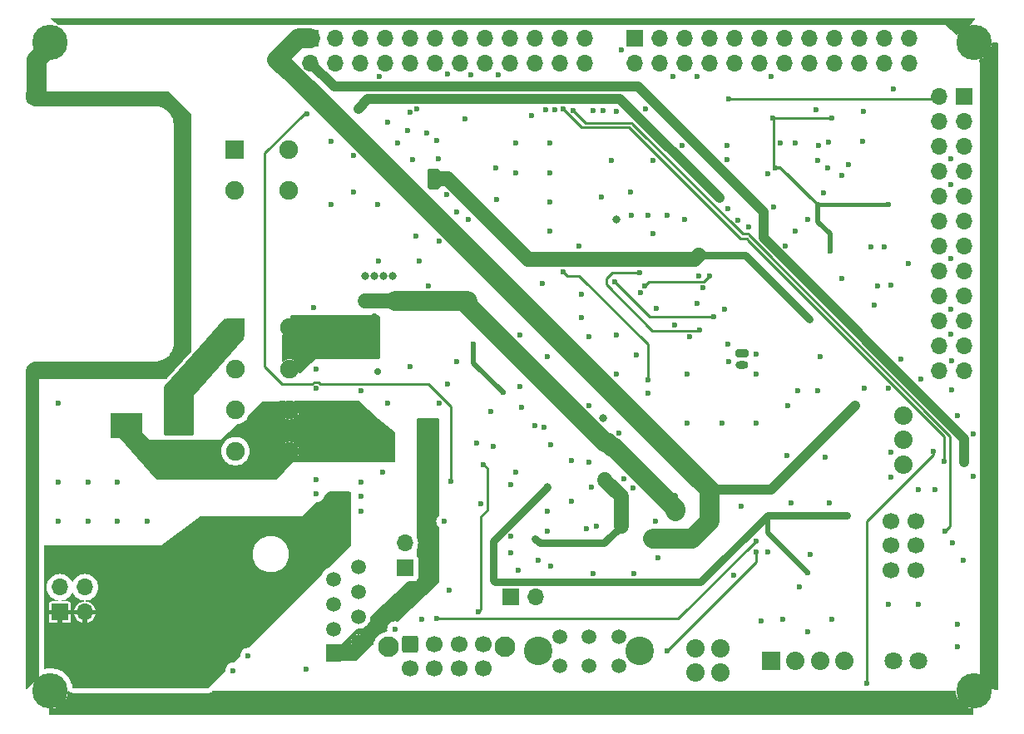
<source format=gbr>
%TF.GenerationSoftware,KiCad,Pcbnew,8.0.8*%
%TF.CreationDate,2025-02-06T17:20:13+00:00*%
%TF.ProjectId,mallow_adapt_v1.3,6d616c6c-6f77-45f6-9164-6170745f7631,rev?*%
%TF.SameCoordinates,Original*%
%TF.FileFunction,Copper,L3,Inr*%
%TF.FilePolarity,Positive*%
%FSLAX46Y46*%
G04 Gerber Fmt 4.6, Leading zero omitted, Abs format (unit mm)*
G04 Created by KiCad (PCBNEW 8.0.8) date 2025-02-06 17:20:13*
%MOMM*%
%LPD*%
G01*
G04 APERTURE LIST*
G04 Aperture macros list*
%AMRoundRect*
0 Rectangle with rounded corners*
0 $1 Rounding radius*
0 $2 $3 $4 $5 $6 $7 $8 $9 X,Y pos of 4 corners*
0 Add a 4 corners polygon primitive as box body*
4,1,4,$2,$3,$4,$5,$6,$7,$8,$9,$2,$3,0*
0 Add four circle primitives for the rounded corners*
1,1,$1+$1,$2,$3*
1,1,$1+$1,$4,$5*
1,1,$1+$1,$6,$7*
1,1,$1+$1,$8,$9*
0 Add four rect primitives between the rounded corners*
20,1,$1+$1,$2,$3,$4,$5,0*
20,1,$1+$1,$4,$5,$6,$7,0*
20,1,$1+$1,$6,$7,$8,$9,0*
20,1,$1+$1,$8,$9,$2,$3,0*%
G04 Aperture macros list end*
%TA.AperFunction,ComponentPad*%
%ADD10R,1.700000X1.700000*%
%TD*%
%TA.AperFunction,ComponentPad*%
%ADD11O,1.700000X1.700000*%
%TD*%
%TA.AperFunction,ComponentPad*%
%ADD12C,3.600000*%
%TD*%
%TA.AperFunction,ComponentPad*%
%ADD13C,2.909999*%
%TD*%
%TA.AperFunction,ComponentPad*%
%ADD14C,1.520000*%
%TD*%
%TA.AperFunction,ComponentPad*%
%ADD15C,1.875000*%
%TD*%
%TA.AperFunction,ComponentPad*%
%ADD16R,1.875000X1.875000*%
%TD*%
%TA.AperFunction,ComponentPad*%
%ADD17C,1.800000*%
%TD*%
%TA.AperFunction,ComponentPad*%
%ADD18C,1.500000*%
%TD*%
%TA.AperFunction,ComponentPad*%
%ADD19R,1.500000X1.500000*%
%TD*%
%TA.AperFunction,ComponentPad*%
%ADD20C,1.900000*%
%TD*%
%TA.AperFunction,ComponentPad*%
%ADD21R,1.900000X1.900000*%
%TD*%
%TA.AperFunction,ComponentPad*%
%ADD22C,2.100000*%
%TD*%
%TA.AperFunction,ComponentPad*%
%ADD23C,1.700000*%
%TD*%
%TA.AperFunction,ComponentPad*%
%ADD24RoundRect,0.250000X-0.600000X-0.600000X0.600000X-0.600000X0.600000X0.600000X-0.600000X0.600000X0*%
%TD*%
%TA.AperFunction,ComponentPad*%
%ADD25RoundRect,0.200000X-0.450000X0.200000X-0.450000X-0.200000X0.450000X-0.200000X0.450000X0.200000X0*%
%TD*%
%TA.AperFunction,ComponentPad*%
%ADD26O,1.300000X0.800000*%
%TD*%
%TA.AperFunction,ViaPad*%
%ADD27C,0.600000*%
%TD*%
%TA.AperFunction,ViaPad*%
%ADD28C,0.700000*%
%TD*%
%TA.AperFunction,ViaPad*%
%ADD29C,0.800000*%
%TD*%
%TA.AperFunction,Conductor*%
%ADD30C,0.250000*%
%TD*%
%TA.AperFunction,Conductor*%
%ADD31C,2.000000*%
%TD*%
%TA.AperFunction,Conductor*%
%ADD32C,1.000000*%
%TD*%
%TA.AperFunction,Conductor*%
%ADD33C,1.500000*%
%TD*%
%TA.AperFunction,Conductor*%
%ADD34C,0.750000*%
%TD*%
%TA.AperFunction,Conductor*%
%ADD35C,0.500000*%
%TD*%
%TA.AperFunction,Conductor*%
%ADD36C,0.300000*%
%TD*%
%TA.AperFunction,Conductor*%
%ADD37C,0.400000*%
%TD*%
G04 APERTURE END LIST*
D10*
%TO.N,Net-(JP3-Pin_1)*%
%TO.C,JP3*%
X45850010Y1525000D03*
D11*
%TO.N,/Rs485/RS485_A_K*%
X48390010Y1525000D03*
%TD*%
D12*
%TO.N,GND_CHASSIS*%
%TO.C,H1*%
X93000000Y58000000D03*
%TD*%
%TO.N,GND_CHASSIS*%
%TO.C,H4*%
X93000000Y-8000000D03*
%TD*%
%TO.N,GND_CHASSIS*%
%TO.C,H3*%
X-999990Y-8000000D03*
%TD*%
%TO.N,GND_CHASSIS*%
%TO.C,H2*%
X-999990Y58000000D03*
%TD*%
D13*
%TO.N,GND_CHASSIS*%
%TO.C,J5*%
X59000008Y-3974999D03*
X48700014Y-3974999D03*
D14*
%TO.N,GND*%
X56850010Y-2475000D03*
X53850011Y-2475000D03*
X50850012Y-2475000D03*
%TO.N,RS232_RX*%
X56850010Y-5474999D03*
%TO.N,RS232_TX*%
X53850011Y-5474999D03*
%TO.N,Net-(J5-Pin_1)*%
X50850012Y-5474999D03*
%TD*%
D15*
%TO.N,/Rs485/RS485_B_2*%
%TO.C,J4*%
X79850010Y-4975000D03*
%TO.N,/Rs485/RS485_A_2*%
X77350010Y-4975000D03*
%TO.N,/Rs485/RS485_B_1*%
X74850010Y-4975000D03*
D16*
%TO.N,/Rs485/RS485_A_1*%
X72350010Y-4975000D03*
%TD*%
D17*
%TO.N,ALARM*%
%TO.C,J3*%
X87350010Y-4975000D03*
%TO.N,GND*%
X84850010Y-4975000D03*
%TD*%
D10*
%TO.N,unconnected-(X19-Pin_1-Pad1)*%
%TO.C,X19*%
X58520009Y58499972D03*
D11*
%TO.N,unconnected-(X19-Pin_2-Pad2)*%
X58520009Y55959972D03*
%TO.N,unconnected-(X19-Pin_3-Pad3)*%
X61060009Y58499972D03*
%TO.N,unconnected-(X19-Pin_4-Pad4)*%
X61060009Y55959972D03*
%TO.N,GND*%
X63600009Y58499972D03*
%TO.N,unconnected-(X19-Pin_6-Pad6)*%
X63600009Y55959972D03*
%TO.N,unconnected-(X19-Pin_7-Pad7)*%
X66140009Y58499972D03*
%TO.N,unconnected-(X19-Pin_8-Pad8)*%
X66140009Y55959972D03*
%TO.N,unconnected-(X19-Pin_9-Pad9)*%
X68680009Y58499972D03*
%TO.N,GND*%
X68680009Y55959972D03*
%TO.N,unconnected-(X19-Pin_11-Pad11)*%
X71220009Y58499972D03*
%TO.N,unconnected-(X19-Pin_12-Pad12)*%
X71220009Y55959972D03*
%TO.N,unconnected-(X19-Pin_13-Pad13)*%
X73760009Y58499972D03*
%TO.N,unconnected-(X19-Pin_14-Pad14)*%
X73760009Y55959972D03*
%TO.N,unconnected-(X19-Pin_15-Pad15)*%
X76300009Y58499972D03*
%TO.N,GND*%
X76300009Y55959972D03*
%TO.N,UART_1_RX*%
X78840009Y58499972D03*
%TO.N,UART_1_TX*%
X78840009Y55959972D03*
%TO.N,/Connectors/UART_1_RTS*%
X81380009Y58499972D03*
%TO.N,/Connectors/UART_1_CTS*%
X81380009Y55959972D03*
%TO.N,UART_2_RX*%
X83920009Y58499972D03*
%TO.N,UART_2_TX*%
X83920009Y55959972D03*
%TO.N,UART_2_RTS*%
X86460009Y58499972D03*
%TO.N,UART_2_CTS*%
X86460009Y55959972D03*
%TD*%
D15*
%TO.N,GND*%
%TO.C,J8*%
X85850010Y15025000D03*
%TO.N,unconnected-(J8-Pin_2-Pad2)*%
X85850010Y17525000D03*
%TO.N,Net-(J8-Pin_1)*%
X85850010Y20025000D03*
%TD*%
D18*
%TO.N,GND*%
%TO.C,J9*%
X30350010Y4645000D03*
X27810010Y3375000D03*
%TO.N,/Rs485/RXD-*%
X30350010Y2105000D03*
%TO.N,/Rs485/RXD+*%
X27810010Y835000D03*
%TO.N,/Rs485/T{slash}R-*%
X30350010Y-435000D03*
%TO.N,/Rs485/RXD+*%
X27810010Y-1705000D03*
%TO.N,Net-(C60-Pad1)*%
X30350010Y-2975000D03*
D19*
X27810010Y-4245000D03*
%TD*%
D20*
%TO.N,Net-(IC2-SENSEN)*%
%TO.C,J1*%
X23300010Y42925000D03*
X23300010Y47125000D03*
%TO.N,GND*%
X17800010Y42925000D03*
D21*
X17800010Y47125000D03*
%TD*%
D22*
%TO.N,GND_CHASSIS*%
%TO.C,J6*%
X45269988Y-3514999D03*
X33430012Y-3514999D03*
D23*
%TO.N,/Connectors/BOOT{slash}*%
X43100010Y-5725000D03*
%TO.N,/Connectors/PROG{slash}*%
X40600010Y-5725000D03*
%TO.N,UART_2_RX_PROG*%
X38100010Y-5725000D03*
%TO.N,UART_2_TX_PROG*%
X35600010Y-5725000D03*
%TO.N,MOV_SENS*%
X43100010Y-3225000D03*
%TO.N,/Connectors/ADC1*%
X40600010Y-3225000D03*
%TO.N,GND*%
X38100010Y-3225000D03*
D24*
%TO.N,Net-(J6-Pin_1)*%
X35600010Y-3225000D03*
%TD*%
D10*
%TO.N,+5V*%
%TO.C,X10*%
X25500010Y58500000D03*
D11*
%TO.N,/Connectors/+3.3V*%
X25500010Y55960000D03*
%TO.N,Net-(X10-Pin_3)*%
X28040010Y58500000D03*
%TO.N,GND*%
X28040010Y55960000D03*
%TO.N,/Connectors/ADC1*%
X30580010Y58500000D03*
%TO.N,/Connectors/ADC2*%
X30580010Y55960000D03*
%TO.N,/Connectors/ADC3*%
X33120010Y58500000D03*
%TO.N,/Connectors/ADC4*%
X33120010Y55960000D03*
%TO.N,GND*%
X35660010Y58500000D03*
%TO.N,/Connectors/i2C_1_SDA*%
X35660010Y55960000D03*
%TO.N,/Connectors/i2C_1_SCL*%
X38200010Y58500000D03*
%TO.N,unconnected-(X10-Pin_12-Pad12)*%
X38200010Y55960000D03*
%TO.N,unconnected-(X10-Pin_13-Pad13)*%
X40740010Y58500000D03*
%TO.N,unconnected-(X10-Pin_14-Pad14)*%
X40740010Y55960000D03*
%TO.N,unconnected-(X10-Pin_15-Pad15)*%
X43280010Y58500000D03*
%TO.N,unconnected-(X10-Pin_16-Pad16)*%
X43280010Y55960000D03*
%TO.N,unconnected-(X10-Pin_17-Pad17)*%
X45820010Y58500000D03*
%TO.N,/Connectors/PWM1*%
X45820010Y55960000D03*
%TO.N,/Connectors/PWM2*%
X48360010Y58500000D03*
%TO.N,GND*%
X48360010Y55960000D03*
%TO.N,/Connectors/PROG{slash}*%
X50900010Y58500000D03*
%TO.N,Kerong*%
X50900010Y55960000D03*
%TO.N,/Connectors/DC{slash}DC_EN*%
X53440010Y58500000D03*
%TO.N,Net-(X10-Pin_24)*%
X53440010Y55960000D03*
%TD*%
D20*
%TO.N,+24V*%
%TO.C,J10*%
X23362511Y16400000D03*
X23362511Y20600000D03*
%TO.N,Net-(IC1-OUT_1)*%
X23362511Y24800000D03*
X23362511Y29000000D03*
%TO.N,GND*%
X17862511Y16400000D03*
X17862511Y20600000D03*
X17862511Y24800000D03*
D21*
%TO.N,/Connectors/PRT_PWR*%
X17862511Y29000000D03*
%TD*%
D15*
%TO.N,/Connectors/FB*%
%TO.C,J2*%
X67190010Y-6155000D03*
%TO.N,/Connectors/Led*%
X67190010Y-3655000D03*
%TO.N,/Connectors/FB*%
X64690010Y-6155000D03*
%TO.N,/Connectors/Led*%
X64690010Y-3655000D03*
%TD*%
D10*
%TO.N,+12V*%
%TO.C,X5*%
X38Y4D03*
D11*
X2540038Y4D03*
%TO.N,GND*%
X38Y2540004D03*
X2540038Y2540004D03*
%TD*%
D10*
%TO.N,GND*%
%TO.C,X16*%
X92000002Y52499976D03*
D11*
%TO.N,Net-(JP2-A)*%
X89460002Y52499976D03*
%TO.N,unconnected-(X16-Pin_3-Pad3)*%
X92000002Y49959976D03*
%TO.N,unconnected-(X16-Pin_4-Pad4)*%
X89460002Y49959976D03*
%TO.N,WAKE_PIN*%
X92000002Y47419976D03*
%TO.N,unconnected-(X16-Pin_6-Pad6)*%
X89460002Y47419976D03*
%TO.N,/Connectors/CTRL_SLEEP*%
X92000002Y44879976D03*
%TO.N,unconnected-(X16-Pin_8-Pad8)*%
X89460002Y44879976D03*
%TO.N,/Connectors/CTRL_RESET*%
X92000002Y42339976D03*
%TO.N,unconnected-(X16-Pin_10-Pad10)*%
X89460002Y42339976D03*
%TO.N,unconnected-(X16-Pin_11-Pad11)*%
X92000002Y39799976D03*
%TO.N,GND*%
X89460002Y39799976D03*
%TO.N,/Connectors/SCANNER_EN*%
X92000002Y37259976D03*
%TO.N,/Connectors/PRT_CTRL*%
X89460002Y37259976D03*
%TO.N,/Connectors/SENS_EN*%
X92000002Y34719976D03*
%TO.N,/Connectors/BOOT{slash}*%
X89460002Y34719976D03*
%TO.N,unconnected-(X16-Pin_17-Pad17)*%
X92000002Y32179976D03*
%TO.N,unconnected-(X16-Pin_18-Pad18)*%
X89460002Y32179976D03*
%TO.N,unconnected-(X16-Pin_19-Pad19)*%
X92000002Y29639976D03*
%TO.N,unconnected-(X16-Pin_20-Pad20)*%
X89460002Y29639976D03*
%TO.N,unconnected-(X16-Pin_21-Pad21)*%
X92000002Y27099976D03*
%TO.N,unconnected-(X16-Pin_22-Pad22)*%
X89460002Y27099976D03*
%TO.N,unconnected-(X16-Pin_23-Pad23)*%
X92000002Y24559976D03*
%TO.N,unconnected-(X16-Pin_24-Pad24)*%
X89460002Y24559976D03*
%TD*%
D23*
%TO.N,Net-(J7-Pin_6)*%
%TO.C,J7*%
X84600010Y4275000D03*
%TO.N,GND*%
X84600010Y6775000D03*
%TO.N,Net-(J7-Pin_4)*%
X84600010Y9275000D03*
%TO.N,/Connectors/BAT1_in*%
X87100010Y4275000D03*
%TO.N,GND*%
X87100010Y6775000D03*
%TO.N,/Connectors/BAT2_in*%
X87100010Y9275000D03*
%TD*%
D25*
%TO.N,GND*%
%TO.C,J11*%
X69400010Y26400000D03*
D26*
%TO.N,TOUCH_INT*%
X69400010Y25150000D03*
%TD*%
D10*
%TO.N,/Rs485/T{slash}R-*%
%TO.C,JP1*%
X35100010Y4500000D03*
D11*
%TO.N,/Rs485/RXD-*%
X35100010Y7040000D03*
%TD*%
D27*
%TO.N,+1V8*%
X78550010Y50350000D03*
%TO.N,TOUCH_INT*%
X78225010Y47850000D03*
X76916952Y51208058D03*
%TO.N,+1V8*%
X72550010Y50350000D03*
D28*
%TO.N,+12V*%
X5387506Y4275000D03*
X5387506Y275000D03*
X5387506Y-3725000D03*
X13337506Y-3725000D03*
X13337506Y275000D03*
X13337506Y4275000D03*
D27*
%TO.N,GND*%
X59600010Y51275000D03*
X56600010Y51025000D03*
X56100010Y46025000D03*
X49850010Y38775000D03*
X49850010Y41775000D03*
X49850010Y44775000D03*
X49850010Y47775000D03*
X46350010Y44775000D03*
X46350010Y47775000D03*
X71350010Y-925000D03*
X87350010Y775000D03*
X84350010Y775000D03*
X81850010Y22775000D03*
X69350010Y10775000D03*
X70850010Y19275000D03*
X70850010Y24275000D03*
X67350010Y19275000D03*
X63850010Y19275000D03*
X63850010Y24275000D03*
X-149990Y21275000D03*
X-149990Y13275000D03*
X2850010Y13275000D03*
X5850010Y13275000D03*
X8850010Y9275000D03*
X5850010Y9275000D03*
X2850010Y9275000D03*
X-149990Y9275000D03*
X25073975Y-5791814D03*
X39600010Y2275000D03*
X76100010Y40025000D03*
X67850010Y46075000D03*
X58176512Y40393705D03*
X41250010Y50275000D03*
X30600010Y10275000D03*
X26100010Y13525000D03*
X78600010Y-725000D03*
X81779305Y50989992D03*
X90694964Y30888058D03*
X82850010Y31275000D03*
X49600010Y8275000D03*
X74441602Y11151110D03*
X61768594Y40445974D03*
X34100010Y-1725000D03*
X67947241Y41088303D03*
X38350010Y48025000D03*
X56850010Y18275000D03*
X39350010Y42525000D03*
X85600010Y25775000D03*
X84350010Y22775000D03*
X89100010Y12525000D03*
X58100010Y42775000D03*
X70850010Y26275000D03*
X91350010Y-3475000D03*
X84600010Y16275000D03*
X90650699Y46172688D03*
X90710790Y25649737D03*
X30600010Y22525000D03*
X49600010Y10275000D03*
X49600010Y26025000D03*
X78270178Y11132791D03*
X73850010Y37275000D03*
X86350010Y35525000D03*
X84850010Y53275000D03*
X72050010Y44625000D03*
X58322037Y12643333D03*
X57100010Y57275000D03*
X92980275Y13854027D03*
X90701388Y35997476D03*
X74850010Y38775000D03*
X48688281Y5248345D03*
X36192652Y38275000D03*
X38600010Y37775000D03*
X63350010Y47525000D03*
X81681102Y47955329D03*
X43831946Y20445267D03*
X59850010Y22275000D03*
X52100010Y11275000D03*
X36850010Y-725000D03*
X49100010Y33525000D03*
X17610865Y-5947211D03*
X46850010Y23025000D03*
X76108513Y-2024955D03*
X56600010Y28275000D03*
X33350010Y21275000D03*
X60350010Y38525000D03*
X74007413Y15926977D03*
X53850010Y15275000D03*
X72014642Y6149745D03*
X87600010Y23775000D03*
X70100010Y39275000D03*
X42850010Y11025000D03*
X92980275Y18144637D03*
X77707615Y42692459D03*
X90710790Y22642846D03*
X32450010Y35805220D03*
X90850010Y7025000D03*
X40355762Y25551814D03*
X34350010Y47775000D03*
X72600010Y41275000D03*
X57435796Y13561226D03*
X68960089Y39959400D03*
X90679138Y28292636D03*
X36550010Y35732799D03*
X19150979Y-4432708D03*
X40350010Y40775000D03*
X42445588Y17236243D03*
X68100010Y25525000D03*
X46850010Y28275000D03*
X39103327Y9246139D03*
X62600010Y29275000D03*
X73547046Y-725000D03*
X41850010Y54775000D03*
X62350010Y54525000D03*
X59813372Y40439867D03*
X79579387Y34028803D03*
X77850010Y15775000D03*
X38473404Y46208486D03*
X30600010Y11775000D03*
X60350010Y46025000D03*
X54105051Y12717511D03*
X44450010Y42075000D03*
X91350010Y-1225000D03*
X32350010Y41525000D03*
X26100010Y22775000D03*
X53100010Y30025000D03*
X64850010Y54525000D03*
X29850010Y42775000D03*
X84600010Y13775000D03*
X29850010Y46525000D03*
X75100010Y22525000D03*
X53850010Y21025000D03*
X26100010Y12025000D03*
X58398859Y3958186D03*
X35867706Y46084819D03*
X25850010Y31025000D03*
X54290005Y3943137D03*
X45850010Y7775000D03*
X56600010Y24275000D03*
X90650699Y43561440D03*
X58642242Y26159690D03*
X45850010Y13025000D03*
X67850010Y47525000D03*
X64850010Y31475000D03*
X26100010Y24775000D03*
X39453431Y54809864D03*
X87350010Y12525000D03*
X53051160Y32389308D03*
X72350010Y54525000D03*
X77200010Y47575000D03*
X30600010Y13275000D03*
X91350010Y20025000D03*
X77100010Y22525000D03*
X44600010Y54775000D03*
%TO.N,GND_CHASSIS*%
X73050010Y-9325000D03*
X69050010Y-9325000D03*
X-2849990Y-2225000D03*
X2600010Y24775000D03*
X7001363Y60116993D03*
X63050010Y-9325000D03*
X94550010Y23775000D03*
X12450010Y39775000D03*
X94550010Y21775000D03*
X13001363Y60116993D03*
X8600010Y24775000D03*
X11850010Y26025000D03*
X65001363Y60116993D03*
X-2849990Y5775000D03*
X31001363Y60116993D03*
X57050010Y-9325000D03*
X25001363Y60116993D03*
X4600010Y24775000D03*
X-2399990Y52275000D03*
X61050010Y-9325000D03*
X23050010Y-9325000D03*
X5650010Y52275000D03*
X63001363Y60116993D03*
X87050010Y-9325000D03*
X94550010Y15775000D03*
X-2849990Y11775000D03*
X59050010Y-9325000D03*
X94550010Y39775000D03*
X27050010Y-9325000D03*
X87001363Y60116993D03*
X69001363Y60116993D03*
X-2849990Y-225000D03*
X94550010Y7775000D03*
X7050010Y-9325000D03*
X12450010Y43775000D03*
X12452252Y27764776D03*
X59001363Y60116993D03*
X7650010Y52275000D03*
X43001363Y60116993D03*
X29050010Y-9325000D03*
X3650010Y52275000D03*
X-2849990Y1775000D03*
X11050010Y-9325000D03*
X77001363Y60116993D03*
X94550010Y31775000D03*
X51001363Y60116993D03*
X77050010Y-9325000D03*
X11001363Y60116993D03*
X94550010Y51775000D03*
X94550010Y11775000D03*
X39001363Y60116993D03*
X94550010Y5775000D03*
X-2399990Y54275000D03*
X-2849990Y7775000D03*
X11600010Y51525000D03*
X-2849990Y13775000D03*
X57001363Y60116993D03*
X94550010Y43775000D03*
X19050010Y-9325000D03*
X37050010Y-9325000D03*
X12450010Y47775000D03*
X12450010Y33775000D03*
X23001363Y60116993D03*
X83001363Y60116993D03*
X5001363Y60116993D03*
X47050010Y-9325000D03*
X94550010Y3775000D03*
X15050010Y-9325000D03*
X-2849990Y-4225000D03*
X94548774Y-224999D03*
X49050010Y-9325000D03*
X71050010Y-9325000D03*
X81001363Y60116993D03*
X89001363Y60116993D03*
X19001363Y60116993D03*
X41001363Y60116993D03*
X21050010Y-9325000D03*
X43050010Y-9325000D03*
X12450010Y49775000D03*
X6600010Y24775000D03*
X94550010Y27775000D03*
X12450010Y41775000D03*
X-2849990Y15775000D03*
X41050010Y-9325000D03*
X3001363Y60116993D03*
X17001363Y60116993D03*
X94550010Y49775000D03*
X94550010Y41775000D03*
X-2849990Y9775000D03*
X37001363Y60116993D03*
X61001363Y60116993D03*
X53050010Y-9325000D03*
X94550010Y45775000D03*
X35050010Y-9325000D03*
X-2849990Y23775000D03*
X94550010Y53775000D03*
X94550010Y17775000D03*
X75001363Y60116993D03*
X45001363Y60116993D03*
X94550010Y1775000D03*
X-1399990Y24775000D03*
X65050010Y-9325000D03*
X94550010Y19775000D03*
X12452252Y29764776D03*
X-2849990Y21775000D03*
X21001363Y60116993D03*
X79001363Y60116993D03*
X1650010Y52275000D03*
X71001363Y60116993D03*
X73001363Y60116993D03*
X29001363Y60116993D03*
X33001363Y60116993D03*
X94550010Y35775000D03*
X94550010Y33775000D03*
X12450010Y37775000D03*
X89050010Y-9325000D03*
X13050010Y-9325000D03*
X9050010Y-9325000D03*
X27001363Y60116993D03*
X-2849990Y17775000D03*
X94550010Y25775000D03*
X12450010Y45775000D03*
X94548774Y-4224999D03*
X15001363Y60116993D03*
X94550010Y37775000D03*
X85050010Y-9325000D03*
X12450010Y35775000D03*
X5050010Y-9325000D03*
X9001363Y60116993D03*
X81050010Y-9325000D03*
X35001363Y60116993D03*
X51050010Y-9325000D03*
X94548774Y-2224999D03*
X94550010Y13775000D03*
X-2849990Y3775000D03*
X67001363Y60116993D03*
X9650010Y52275000D03*
X-2849990Y19775000D03*
X600010Y24775000D03*
X75050010Y-9325000D03*
X94550010Y9775000D03*
X33050010Y-9325000D03*
X85001363Y60116993D03*
X94550010Y29775000D03*
X-349990Y52275000D03*
X79050010Y-9325000D03*
X45050010Y-9325000D03*
X55001363Y60116993D03*
X49001363Y60116993D03*
X31050010Y-9325000D03*
X39050010Y-9325000D03*
X67050010Y-9325000D03*
X53001363Y60116993D03*
X17050010Y-9325000D03*
X10600010Y24775000D03*
X47001363Y60116993D03*
X83050010Y-9325000D03*
X94550010Y47775000D03*
X55050010Y-9325000D03*
X12450010Y31775000D03*
X25050010Y-9325000D03*
%TO.N,WAKE_PIN*%
X79600010Y44455751D03*
D28*
%TO.N,+5V*%
X80925010Y21025000D03*
D29*
X22100010Y56275000D03*
X60350010Y7525000D03*
D27*
%TO.N,/Connectors/ADC1*%
X39783068Y13341942D03*
X25100010Y50775000D03*
D29*
%TO.N,/Connectors/+3.3V*%
X27892510Y53567500D03*
D27*
X92050010Y15275000D03*
%TO.N,/Connectors/ADC4*%
X91925839Y5250000D03*
X89975010Y15400000D03*
X51208068Y51233058D03*
%TO.N,/Connectors/ADC3*%
X32475010Y54525000D03*
X90100010Y8275000D03*
X52200010Y51125000D03*
%TO.N,UART_2_RX*%
X83875010Y37175000D03*
%TO.N,UART_2_TX*%
X82550010Y37175000D03*
%TO.N,Net-(JP2-A)*%
X68100010Y52275000D03*
%TO.N,+3.3VP*%
X44325010Y39500000D03*
X38350010Y44775000D03*
X42100010Y27275000D03*
X38350010Y44150000D03*
X57100010Y8750000D03*
X65050010Y36400000D03*
X48350010Y7525000D03*
X45100010Y22349549D03*
D29*
X55250010Y19775000D03*
D27*
X76250010Y29875000D03*
X55268510Y35956500D03*
D29*
X47100010Y36525000D03*
D27*
X38350010Y43525000D03*
D29*
X55450010Y13475000D03*
D28*
%TO.N,/Connectors/PRT_PWR*%
X11352510Y19740483D03*
X11350010Y20775000D03*
X11350010Y18775000D03*
D29*
%TO.N,/Rs485/RS485_V+*%
X49600010Y12775000D03*
D27*
X76100010Y4025000D03*
D28*
X44075010Y3275000D03*
D27*
X72000010Y9875000D03*
X80100010Y9875000D03*
D28*
%TO.N,Net-(C60-Pad1)*%
X37600010Y17900000D03*
X37600010Y17025000D03*
X37600010Y18775000D03*
%TO.N,+1V8*%
X67100010Y42175000D03*
D27*
X77087510Y41487500D03*
X78350010Y36775000D03*
X40968782Y52479944D03*
X72815390Y45240380D03*
D28*
X30350010Y51275000D03*
D27*
X84350010Y41525000D03*
D29*
%TO.N,+BATT+*%
X32016676Y34215000D03*
D28*
X32350010Y24525000D03*
D27*
X27600010Y41525000D03*
D29*
X31100010Y34215000D03*
X33850010Y34215000D03*
X32933342Y34215000D03*
D27*
%TO.N,+1V8_SB*%
X35350010Y49025000D03*
X38600010Y21275000D03*
X37475010Y33214998D03*
%TO.N,Net-(D8-K)*%
X33385706Y49935760D03*
%TO.N,+24V*%
X33100010Y16525000D03*
D28*
X7100010Y18525000D03*
X7929010Y18525000D03*
D27*
X33100010Y17775000D03*
D28*
X7100010Y19775000D03*
X7929010Y19775000D03*
D29*
%TO.N,+12V*%
X32100010Y31675000D03*
X28350010Y11025000D03*
X33100010Y31675000D03*
X28350010Y8025000D03*
X28350010Y10025000D03*
X28350010Y7025000D03*
X31100010Y31675000D03*
D28*
X62600010Y11025000D03*
X62604058Y10275000D03*
D29*
X34100010Y31675000D03*
D28*
X62600010Y11775000D03*
%TO.N,Net-(IC1-OUT_1)*%
X32000010Y27535000D03*
X32000010Y28785000D03*
X32000010Y26235000D03*
X32000010Y30085000D03*
D27*
%TO.N,/Rs485/RS485_A_K*%
X46675010Y4275000D03*
%TO.N,/Rs485/RS485_A_1*%
X76350010Y5875000D03*
%TO.N,/Rs485/RS485_B_1*%
X75250010Y2600000D03*
%TO.N,Net-(D7-A)*%
X35600010Y25025000D03*
%TO.N,i2C_1_SCL_H*%
X36350010Y51275000D03*
X49411535Y51213475D03*
%TO.N,RS232_RX*%
X54600010Y8775000D03*
%TO.N,RS232_TX*%
X53600010Y8525000D03*
%TO.N,/UARTs/UART_2_TX_H*%
X66100010Y34275000D03*
X59500011Y33255762D03*
%TO.N,UART_2_TX_PROG*%
X60693632Y30931378D03*
X70850010Y6150000D03*
X61791952Y-3916942D03*
X59100010Y32525000D03*
%TO.N,RS232_EN*%
X54250010Y51075000D03*
X52050010Y15450000D03*
X53797400Y28077610D03*
X49950008Y4675000D03*
%TO.N,/Rs485/UART_1_TX_H*%
X48350010Y19025000D03*
%TO.N,/Connectors/SCANNER_EN*%
X60650010Y9275000D03*
%TO.N,Kerong*%
X32850010Y14275000D03*
X46350010Y14275000D03*
X52850010Y37275000D03*
%TO.N,/Connectors/SENS_EN*%
X67975010Y27275000D03*
%TO.N,/Watchdog/WD{slash}INT*%
X44350010Y45275000D03*
%TO.N,WD_OUT*%
X41550010Y39975000D03*
X39479452Y23279442D03*
%TO.N,A_MUX_OUT*%
X63600010Y40025000D03*
X77100010Y46025000D03*
%TO.N,B_MUX_OUT*%
X78100010Y45275000D03*
D29*
X56600010Y40025000D03*
D27*
%TO.N,/Rs485/UART_1_RX_H*%
X46975010Y20900000D03*
%TO.N,/Rs485/RS485_B_K*%
X45850010Y6025000D03*
%TO.N,UART_2_RX_PROG*%
X70850010Y7275000D03*
X38350010Y-649999D03*
%TO.N,/Connectors/PWM2*%
X64100010Y28025000D03*
X55304037Y51070974D03*
X55100010Y42275000D03*
X74100010Y21025000D03*
%TO.N,/Connectors/PWM1*%
X47965390Y50625000D03*
X59850010Y23675000D03*
X51197627Y34706501D03*
%TO.N,MOV_SENS*%
X74800010Y47825000D03*
X49283068Y18841942D03*
%TO.N,ALARM*%
X73300010Y47775000D03*
%TO.N,TOUCH_INT*%
X80225010Y45550000D03*
X77350010Y26025000D03*
%TO.N,i2C_1_SDA_H*%
X35600010Y50925000D03*
X50337271Y51219971D03*
X37350010Y48775000D03*
%TO.N,Net-(IC2-SENSEN)*%
X27600010Y47987500D03*
%TO.N,Net-(J6-Pin_1)*%
X49908068Y17025000D03*
%TO.N,UART_2_RX_2*%
X65050010Y34275000D03*
X67650010Y30875000D03*
X65450010Y33025000D03*
%TO.N,UART_2_TX_1*%
X56500010Y33642910D03*
X66567538Y30073587D03*
%TO.N,UART_2_TX_2*%
X65100010Y28775000D03*
X59015390Y34609620D03*
%TO.N,UART_2_RTS*%
X83197789Y33260148D03*
%TO.N,UART_2_CTS*%
X84550010Y33275000D03*
%TO.N,/Connectors/Led*%
X68600010Y3775000D03*
%TO.N,Net-(IC4-DIM)*%
X60850010Y5525000D03*
%TO.N,/Connectors/PROG{slash}*%
X43100010Y15025000D03*
X42600010Y25000D03*
%TO.N,/Connectors/BOOT{slash}*%
X88865010Y16377802D03*
X82100010Y-7225000D03*
%TO.N,Net-(C12-Pad1)*%
X44088454Y16902116D03*
%TD*%
D30*
%TO.N,+1V8*%
X72550010Y50350000D02*
X78550010Y50350000D01*
X72675010Y50225000D02*
X72550010Y50350000D01*
X72675010Y45380760D02*
X72675010Y50225000D01*
X72815390Y45240380D02*
X72675010Y45380760D01*
%TO.N,/Connectors/PROG{slash}*%
X43475010Y14650000D02*
X43100010Y15025000D01*
X43475010Y10400000D02*
X43475010Y14650000D01*
X42850010Y9775000D02*
X43475010Y10400000D01*
X42600010Y25000D02*
X42850010Y275000D01*
X42850010Y275000D02*
X42850010Y9775000D01*
D31*
%TO.N,GND_CHASSIS*%
X-2399993Y56224998D02*
X-2399988Y52525003D01*
X-999990Y58000000D02*
X-999990Y57625001D01*
X-999990Y57625001D02*
X-2399993Y56224998D01*
%TO.N,+5V*%
X24325010Y58500000D02*
X25500010Y58500000D01*
X66100010Y12454087D02*
X23450010Y55104087D01*
X23450010Y55104087D02*
X22100010Y56275000D01*
D32*
X72354097Y12454087D02*
X66100010Y12454087D01*
D31*
X60350010Y7525000D02*
X64350010Y7525000D01*
X66100010Y9275000D02*
X66100010Y12454087D01*
D32*
X80925010Y21025000D02*
X72354097Y12454087D01*
D31*
X22100010Y56275000D02*
X24325010Y58500000D01*
X64350010Y7525000D02*
X66100010Y9275000D01*
D30*
%TO.N,/Connectors/ADC1*%
X20850010Y46775000D02*
X24850010Y50775000D01*
X24850010Y50775000D02*
X25100010Y50775000D01*
X39783068Y13341942D02*
X39783068Y20975826D01*
X39783068Y20975826D02*
X37483894Y23275000D01*
X20850010Y25017189D02*
X20850010Y46775000D01*
X25716126Y23275000D02*
X22592199Y23275000D01*
X26358894Y23400000D02*
X25841126Y23400000D01*
X37483894Y23275000D02*
X26483894Y23275000D01*
X26483894Y23275000D02*
X26358894Y23400000D01*
X25841126Y23400000D02*
X25716126Y23275000D01*
X22592199Y23275000D02*
X20850010Y25017189D01*
D32*
%TO.N,/Connectors/+3.3V*%
X71600010Y38110786D02*
X92050010Y17660786D01*
X71600010Y40775000D02*
X71600010Y38110786D01*
X27935010Y53525000D02*
X58850010Y53525000D01*
X58850010Y53525000D02*
X71600010Y40775000D01*
X92050010Y17660786D02*
X92050010Y15275000D01*
X25500010Y55960000D02*
X27892510Y53567500D01*
X27892510Y53567500D02*
X27935010Y53525000D01*
D30*
%TO.N,/Connectors/ADC4*%
X53041126Y49400000D02*
X57888614Y49400000D01*
X89975010Y17900000D02*
X89975010Y15400000D01*
X69882674Y38025000D02*
X70100010Y37807664D01*
X70100010Y37807664D02*
X70100010Y37775000D01*
X70100010Y37775000D02*
X89975010Y17900000D01*
X51208068Y51233058D02*
X53041126Y49400000D01*
X57888614Y49400000D02*
X69263614Y38025000D01*
X69263614Y38025000D02*
X69882674Y38025000D01*
%TO.N,/Connectors/ADC3*%
X52200010Y51125000D02*
X53475010Y49850000D01*
X58258284Y49777321D02*
X69510605Y38525000D01*
X69510605Y38525000D02*
X70100010Y38525000D01*
X90600010Y8775000D02*
X90100010Y8275000D01*
X58258284Y49850000D02*
X58258284Y49777321D01*
X53475010Y49850000D02*
X58258284Y49850000D01*
X70100010Y38525000D02*
X70100010Y38444060D01*
X90600010Y17944060D02*
X90600010Y8775000D01*
X70100010Y38444060D02*
X90600010Y17944060D01*
%TO.N,Net-(JP2-A)*%
X89235026Y52275000D02*
X89460002Y52499976D01*
X68100010Y52275000D02*
X89235026Y52275000D01*
D33*
%TO.N,+3.3VP*%
X39475010Y44150000D02*
X38350010Y44150000D01*
X57100010Y11775000D02*
X55450010Y13425000D01*
X47668510Y35956500D02*
X47100010Y36525000D01*
D34*
X69725010Y36400000D02*
X76250010Y29875000D01*
D35*
X42100010Y27275000D02*
X42100010Y25349549D01*
D34*
X65050010Y36400000D02*
X69725010Y36400000D01*
D33*
X65050010Y36400000D02*
X64606510Y35956500D01*
X64606510Y35956500D02*
X47668510Y35956500D01*
X57100010Y8750000D02*
X57100010Y11775000D01*
D34*
X57100010Y8750000D02*
X55387510Y7037500D01*
D35*
X42100010Y25349549D02*
X45100010Y22349549D01*
D34*
X48837510Y7037500D02*
X48350010Y7525000D01*
D33*
X55450010Y13425000D02*
X55450010Y13475000D01*
X47100010Y36525000D02*
X39475010Y44150000D01*
D34*
X55387510Y7037500D02*
X48837510Y7037500D01*
%TO.N,/Rs485/RS485_V+*%
X44075010Y7250000D02*
X44075010Y3275000D01*
X49600010Y12775000D02*
X44075010Y7250000D01*
X44075010Y3275000D02*
X44281873Y3068137D01*
D35*
X72000010Y8125000D02*
X72000010Y9875000D01*
D34*
X44281873Y3068137D02*
X65193147Y3068137D01*
D35*
X76100010Y4025000D02*
X72000010Y8125000D01*
D34*
X72000010Y9875000D02*
X80100010Y9875000D01*
X65193147Y3068137D02*
X72000010Y9875000D01*
D36*
%TO.N,+1V8*%
X72815390Y45240380D02*
X73334630Y45240380D01*
D32*
X30350010Y51275000D02*
X31350010Y52275000D01*
D35*
X78350010Y38525000D02*
X78350010Y36775000D01*
D32*
X40600010Y52275000D02*
X57000010Y52275000D01*
X31350010Y52275000D02*
X40600010Y52275000D01*
X57000010Y52275000D02*
X67100010Y42175000D01*
D37*
X84350010Y41525000D02*
X77125010Y41525000D01*
X77125010Y41525000D02*
X77087510Y41487500D01*
D35*
X77087510Y41487500D02*
X77087510Y39787500D01*
X77087510Y39787500D02*
X78350010Y38525000D01*
D36*
X73334630Y45240380D02*
X77087510Y41487500D01*
D31*
%TO.N,+12V*%
X56350010Y16775000D02*
X62604058Y10520952D01*
X56228689Y16775000D02*
X56350010Y16775000D01*
D33*
X31100010Y31675000D02*
X34100010Y31675000D01*
D31*
X55478689Y17275000D02*
X55728689Y17275000D01*
X34100010Y31675000D02*
X41450010Y31675000D01*
X55728689Y17275000D02*
X56228689Y16775000D01*
X41450010Y31303679D02*
X55478689Y17275000D01*
X41450010Y31675000D02*
X41450010Y31303679D01*
X62604058Y10520952D02*
X62604058Y10275000D01*
D30*
%TO.N,/UARTs/UART_2_TX_H*%
X59919249Y33675000D02*
X65500010Y33675000D01*
X59500011Y33255762D02*
X59919249Y33675000D01*
X65500010Y33675000D02*
X66100010Y34275000D01*
%TO.N,UART_2_TX_PROG*%
X70850010Y5141116D02*
X61791952Y-3916942D01*
X70850010Y6150000D02*
X70850010Y5141116D01*
%TO.N,UART_2_RX_PROG*%
X62925011Y-649999D02*
X38350010Y-649999D01*
X70850010Y7275000D02*
X62925011Y-649999D01*
%TO.N,/Connectors/PWM1*%
X52850010Y34275000D02*
X51629128Y34275000D01*
X51629128Y34275000D02*
X51197627Y34706501D01*
X59850010Y27275000D02*
X52850010Y34275000D01*
X59850010Y23675000D02*
X59850010Y27275000D01*
%TO.N,UART_2_TX_1*%
X66535066Y30106059D02*
X60036861Y30106059D01*
X66567538Y30073587D02*
X66535066Y30106059D01*
X60036861Y30106059D02*
X56500010Y33642910D01*
%TO.N,UART_2_TX_2*%
X64975010Y28650000D02*
X60309701Y28650000D01*
X56184630Y34609620D02*
X59015390Y34609620D01*
X65100010Y28775000D02*
X64975010Y28650000D01*
X55600010Y34025000D02*
X56184630Y34609620D01*
X60309701Y28650000D02*
X55600010Y33359691D01*
X55600010Y33359691D02*
X55600010Y34025000D01*
%TO.N,/Connectors/BOOT{slash}*%
X88865010Y16040000D02*
X82100010Y9275000D01*
X82100010Y9275000D02*
X82100010Y-7225000D01*
X88865010Y16377802D02*
X88865010Y16040000D01*
%TD*%
%TA.AperFunction,Conductor*%
%TO.N,GND_CHASSIS*%
G36*
X895516Y-8014352D02*
G01*
X896731Y-8015611D01*
X979255Y-8104249D01*
X1009516Y-8122204D01*
X1102987Y-8177665D01*
X1102993Y-8177667D01*
X1102994Y-8177668D01*
X1137642Y-8192020D01*
X1188676Y-8210024D01*
X1331092Y-8230500D01*
X1331096Y-8230500D01*
X15048634Y-8230500D01*
X15048648Y-8230500D01*
X15102688Y-8227603D01*
X15129046Y-8224769D01*
X15182458Y-8216114D01*
X15220628Y-8201877D01*
X15317258Y-8165836D01*
X15317263Y-8165833D01*
X15317267Y-8165832D01*
X15378590Y-8132347D01*
X15493772Y-8046123D01*
X15525543Y-8014351D01*
X15560190Y-8000000D01*
X91149488Y-8000000D01*
X91184136Y-8014352D01*
X91198351Y-8045338D01*
X91215113Y-8269022D01*
X91215115Y-8269034D01*
X91275145Y-8532046D01*
X91373710Y-8783184D01*
X91508600Y-9016820D01*
X91508601Y-9016821D01*
X91562294Y-9084150D01*
X91705747Y-8940696D01*
X91779588Y-9042330D01*
X91957670Y-9220412D01*
X92059300Y-9294250D01*
X91914848Y-9438703D01*
X92097479Y-9563218D01*
X92340535Y-9680268D01*
X92340548Y-9680273D01*
X92598336Y-9759789D01*
X92865111Y-9800000D01*
X92919392Y-9800000D01*
X92954040Y-9814352D01*
X92968392Y-9849000D01*
X92968385Y-9849837D01*
X92958105Y-10451337D01*
X92943163Y-10485735D01*
X92909112Y-10499500D01*
X-1076592Y-10499500D01*
X-1111240Y-10485148D01*
X-1125592Y-10450500D01*
X-1125528Y-10447990D01*
X-1094682Y-9846489D01*
X-1078574Y-9812623D01*
X-1045746Y-9800000D01*
X-865101Y-9800000D01*
X-598327Y-9759789D01*
X-340539Y-9680273D01*
X-340537Y-9680272D01*
X-97469Y-9563217D01*
X85159Y-9438702D01*
X-59292Y-9294251D01*
X42340Y-9220412D01*
X220422Y-9042330D01*
X294262Y-8940698D01*
X437714Y-9084150D01*
X437715Y-9084149D01*
X491402Y-9016829D01*
X491409Y-9016820D01*
X626299Y-8783184D01*
X724864Y-8532046D01*
X784894Y-8269034D01*
X784896Y-8269022D01*
X801659Y-8045338D01*
X818560Y-8011859D01*
X850522Y-8000000D01*
X860868Y-8000000D01*
X895516Y-8014352D01*
G37*
%TD.AperFunction*%
%TD*%
%TA.AperFunction,Conductor*%
%TO.N,GND_CHASSIS*%
G36*
X11115687Y53005315D02*
G01*
X11136329Y52988681D01*
X13313691Y50811319D01*
X13347176Y50749996D01*
X13350010Y50723638D01*
X13350010Y26572940D01*
X13330325Y26505901D01*
X13317763Y26489529D01*
X10886909Y23815589D01*
X10827248Y23779225D01*
X10795156Y23775000D01*
X-3499490Y23775000D01*
X-3499490Y24513131D01*
X-3498888Y24525336D01*
X-3485352Y24662192D01*
X-3483254Y24683404D01*
X-3479307Y24704471D01*
X-3437819Y24853345D01*
X-3430300Y24873421D01*
X-3363776Y25012916D01*
X-3352907Y25031398D01*
X-3263341Y25157341D01*
X-3249450Y25173675D01*
X-3139518Y25282297D01*
X-3123022Y25295990D01*
X-2996003Y25384052D01*
X-2977408Y25394689D01*
X-2837121Y25459538D01*
X-2816957Y25466816D01*
X-2667588Y25506521D01*
X-2646471Y25510215D01*
X-2505003Y25522497D01*
X-2487286Y25524035D01*
X-2476561Y25524500D01*
X-2408650Y25524500D01*
X-2407187Y25524599D01*
X9647393Y25540450D01*
X9663036Y25538730D01*
X9663057Y25538963D01*
X9671152Y25538238D01*
X9671154Y25538237D01*
X9671155Y25538238D01*
X9671156Y25538237D01*
X9675951Y25538437D01*
X9724478Y25540452D01*
X9729387Y25540558D01*
X9782772Y25540627D01*
X9782777Y25540629D01*
X9790830Y25541699D01*
X9790859Y25541476D01*
X9806394Y25543865D01*
X9860325Y25546135D01*
X9860327Y25546136D01*
X9860333Y25546136D01*
X10103746Y25587502D01*
X10339973Y25659325D01*
X10565217Y25760450D01*
X10775861Y25889254D01*
X10968521Y26043667D01*
X11140103Y26221209D01*
X11287849Y26419028D01*
X11409387Y26633946D01*
X11502765Y26862511D01*
X11566482Y27101052D01*
X11599515Y27345736D01*
X11599907Y27395250D01*
X11600541Y27404386D01*
X11600509Y27470648D01*
X11600512Y27471625D01*
X11600981Y27535074D01*
X11600980Y27535076D01*
X11601004Y27538236D01*
X11600473Y27546778D01*
X11590057Y49564864D01*
X11591802Y49580665D01*
X11591604Y49580682D01*
X11592329Y49588772D01*
X11591198Y49615987D01*
X11590124Y49641845D01*
X11590018Y49646856D01*
X11589994Y49699968D01*
X11589992Y49699975D01*
X11588929Y49708028D01*
X11589091Y49708050D01*
X11586650Y49723972D01*
X11584356Y49778440D01*
X11542825Y50022816D01*
X11542824Y50022820D01*
X11542822Y50022828D01*
X11470716Y50259979D01*
X11369191Y50486109D01*
X11324681Y50558900D01*
X11239876Y50697588D01*
X11084852Y50891010D01*
X10906608Y51063270D01*
X10708006Y51211600D01*
X10492244Y51333616D01*
X10492241Y51333618D01*
X10492238Y51333619D01*
X10290803Y51415914D01*
X10262765Y51427369D01*
X10023284Y51491337D01*
X9777636Y51524501D01*
X9777631Y51524502D01*
X9727629Y51524900D01*
X9718980Y51525500D01*
X9715902Y51525500D01*
X9652308Y51525500D01*
X9651393Y51525503D01*
X9584378Y51525998D01*
X9576336Y51525500D01*
X-2415172Y51525500D01*
X-2415217Y51525503D01*
X-2423456Y51525503D01*
X-2438053Y51525503D01*
X-2483941Y51525501D01*
X-2494748Y51525973D01*
X-2653946Y51539896D01*
X-2675234Y51543648D01*
X-2824365Y51583604D01*
X-2844676Y51590997D01*
X-2984593Y51656238D01*
X-3003314Y51667046D01*
X-3129774Y51755593D01*
X-3146332Y51769487D01*
X-3255501Y51878656D01*
X-3269389Y51895207D01*
X-3357946Y52021681D01*
X-3368751Y52040398D01*
X-3433990Y52180311D01*
X-3441383Y52200622D01*
X-3481340Y52349757D01*
X-3485090Y52371030D01*
X-3499020Y52530322D01*
X-3499490Y52541109D01*
X-3499487Y52601532D01*
X-3499489Y52601536D01*
X-3499488Y52611499D01*
X-3499492Y52611537D01*
X-3499492Y52901003D01*
X-3479807Y52968039D01*
X-3427003Y53013794D01*
X-3375492Y53025000D01*
X11048648Y53025000D01*
X11115687Y53005315D01*
G37*
%TD.AperFunction*%
%TD*%
%TA.AperFunction,Conductor*%
%TO.N,GND_CHASSIS*%
G36*
X93112307Y60485148D02*
G01*
X93126659Y60450500D01*
X93115922Y60419890D01*
X92593819Y59767263D01*
X92569999Y59751050D01*
X92340548Y59680274D01*
X92340535Y59680269D01*
X92097477Y59563218D01*
X92097474Y59563217D01*
X91914849Y59438706D01*
X91914848Y59438705D01*
X92059301Y59294252D01*
X91957670Y59220412D01*
X91779588Y59042330D01*
X91705747Y58940699D01*
X91562295Y59084151D01*
X91508595Y59016813D01*
X91375677Y58786591D01*
X91345924Y58763761D01*
X91308742Y58768656D01*
X91301873Y58773448D01*
X90100011Y59775000D01*
X90100010Y59775000D01*
X-132249Y59775000D01*
X-163618Y59786357D01*
X-915418Y60412857D01*
X-932848Y60446064D01*
X-921692Y60481869D01*
X-888485Y60499299D01*
X-884049Y60499500D01*
X93077659Y60499500D01*
X93112307Y60485148D01*
G37*
%TD.AperFunction*%
%TD*%
%TA.AperFunction,Conductor*%
%TO.N,GND_CHASSIS*%
G36*
X95441696Y58000007D02*
G01*
X95487875Y57947573D01*
X95499500Y57895154D01*
X95499500Y-7777929D01*
X95479815Y-7844968D01*
X95427011Y-7890723D01*
X95363162Y-7901314D01*
X94896921Y-7854690D01*
X94832172Y-7828432D01*
X94791899Y-7771337D01*
X94785606Y-7740571D01*
X94784886Y-7730972D01*
X94784886Y-7730971D01*
X94724857Y-7467966D01*
X94724851Y-7467947D01*
X94626290Y-7216818D01*
X94626291Y-7216818D01*
X94491400Y-6983182D01*
X94491393Y-6983171D01*
X94437704Y-6915849D01*
X94437703Y-6915848D01*
X94294250Y-7059300D01*
X94220412Y-6957670D01*
X94042330Y-6779588D01*
X93940697Y-6705747D01*
X94085150Y-6561295D01*
X93902524Y-6436783D01*
X93902520Y-6436781D01*
X93670208Y-6324905D01*
X93618349Y-6278082D01*
X93600010Y-6213185D01*
X93600010Y55914986D01*
X93600008Y55914992D01*
X93515536Y56137276D01*
X93510122Y56206935D01*
X93543228Y56268464D01*
X93594899Y56299816D01*
X93659459Y56319730D01*
X93659460Y56319731D01*
X93902516Y56436779D01*
X93902517Y56436780D01*
X94085150Y56561297D01*
X93940698Y56705749D01*
X94042330Y56779588D01*
X94220412Y56957670D01*
X94294251Y57059302D01*
X94437703Y56915850D01*
X94437704Y56915851D01*
X94491400Y56983182D01*
X94626290Y57216819D01*
X94724851Y57467948D01*
X94724857Y57467967D01*
X94784886Y57730972D01*
X94784886Y57730974D01*
X94797610Y57900757D01*
X94822249Y57966138D01*
X94878324Y58007819D01*
X94920258Y58015487D01*
X95374501Y58019150D01*
X95441696Y58000007D01*
G37*
%TD.AperFunction*%
%TD*%
%TA.AperFunction,Conductor*%
%TO.N,GND_CHASSIS*%
G36*
X-2149990Y6767757D02*
G01*
X-2150489Y6760784D01*
X-2155490Y6726005D01*
X-2155490Y-5724038D01*
X-2153059Y-5773531D01*
X-2152119Y-5783082D01*
X-2152116Y-5783104D01*
X-2150975Y-5788707D01*
X-2149990Y-5798481D01*
X-2149990Y-6725000D01*
X-2407673Y-6945871D01*
X-2437695Y-6915849D01*
X-2491389Y-6983180D01*
X-2526575Y-7044122D01*
X-2537121Y-7056825D01*
X-3418601Y-7812380D01*
X-3454248Y-7824032D01*
X-3487694Y-7807065D01*
X-3499490Y-7775176D01*
X-3499490Y23775000D01*
X-2149990Y23775000D01*
X-2149990Y6767757D01*
G37*
%TD.AperFunction*%
%TD*%
%TA.AperFunction,Conductor*%
%TO.N,+3.3VP*%
G36*
X38465687Y45155315D02*
G01*
X38486329Y45138681D01*
X38713691Y44911319D01*
X38747176Y44849996D01*
X38750010Y44823638D01*
X38750010Y43426362D01*
X38730325Y43359323D01*
X38713691Y43338681D01*
X38486329Y43111319D01*
X38425006Y43077834D01*
X38398648Y43075000D01*
X37652486Y43075000D01*
X37585447Y43094685D01*
X37564805Y43111319D01*
X37486329Y43189795D01*
X37452844Y43251118D01*
X37450010Y43277476D01*
X37450010Y45051000D01*
X37469695Y45118039D01*
X37522499Y45163794D01*
X37574010Y45175000D01*
X38398648Y45175000D01*
X38465687Y45155315D01*
G37*
%TD.AperFunction*%
%TD*%
%TA.AperFunction,Conductor*%
%TO.N,+24V*%
G36*
X22895591Y21510648D02*
G01*
X22909943Y21476000D01*
X22895591Y21441352D01*
X22884042Y21432786D01*
X22883544Y21432520D01*
X22883543Y21432520D01*
X23076753Y21239310D01*
X23030937Y21220332D01*
X22916287Y21143726D01*
X22818785Y21046224D01*
X22742179Y20931574D01*
X22723201Y20885758D01*
X22529991Y21078968D01*
X22529990Y21078967D01*
X22471295Y20969156D01*
X22416401Y20788195D01*
X22416401Y20788194D01*
X22397866Y20600001D01*
X22397866Y20600000D01*
X22416401Y20411807D01*
X22416401Y20411806D01*
X22471294Y20230849D01*
X22471297Y20230842D01*
X22529991Y20121035D01*
X22529991Y20121034D01*
X22723200Y20314244D01*
X22742179Y20268426D01*
X22818785Y20153776D01*
X22916287Y20056274D01*
X23030937Y19979668D01*
X23076752Y19960691D01*
X22883543Y19767482D01*
X22993352Y19708787D01*
X22993359Y19708784D01*
X23174317Y19653891D01*
X23362511Y19635355D01*
X23550704Y19653891D01*
X23550705Y19653891D01*
X23731662Y19708784D01*
X23731669Y19708787D01*
X23841476Y19767481D01*
X23841477Y19767482D01*
X23648268Y19960691D01*
X23694085Y19979668D01*
X23808735Y20056274D01*
X23906237Y20153776D01*
X23982843Y20268426D01*
X24001820Y20314243D01*
X24195029Y20121034D01*
X24195030Y20121035D01*
X24253724Y20230842D01*
X24253727Y20230849D01*
X24308620Y20411806D01*
X24308620Y20411807D01*
X24327156Y20600000D01*
X24327156Y20600001D01*
X24308620Y20788194D01*
X24308620Y20788195D01*
X24253727Y20969152D01*
X24253724Y20969159D01*
X24195029Y21078967D01*
X24195029Y21078968D01*
X24001820Y20885759D01*
X23982843Y20931574D01*
X23906237Y21046224D01*
X23808735Y21143726D01*
X23694085Y21220332D01*
X23648266Y21239311D01*
X23841477Y21432520D01*
X23840979Y21432786D01*
X23817188Y21461776D01*
X23820864Y21499099D01*
X23849854Y21522890D01*
X23864078Y21525000D01*
X30331731Y21525000D01*
X30363822Y21513030D01*
X32445640Y19708787D01*
X34083102Y18289654D01*
X34099885Y18256116D01*
X34100010Y18252625D01*
X34100010Y15324000D01*
X34085658Y15289352D01*
X34051010Y15275000D01*
X22350010Y15275000D01*
X22350010Y16400001D01*
X22397866Y16400001D01*
X22397866Y16400000D01*
X22416401Y16211807D01*
X22416401Y16211806D01*
X22471294Y16030849D01*
X22471297Y16030842D01*
X22529991Y15921035D01*
X22529991Y15921034D01*
X22723200Y16114244D01*
X22742179Y16068426D01*
X22818785Y15953776D01*
X22916287Y15856274D01*
X23030937Y15779668D01*
X23076752Y15760691D01*
X22883543Y15567482D01*
X22993352Y15508787D01*
X22993359Y15508784D01*
X23174317Y15453891D01*
X23362511Y15435355D01*
X23550704Y15453891D01*
X23550705Y15453891D01*
X23731662Y15508784D01*
X23731669Y15508787D01*
X23841476Y15567481D01*
X23841477Y15567482D01*
X23648268Y15760691D01*
X23694085Y15779668D01*
X23808735Y15856274D01*
X23906237Y15953776D01*
X23982843Y16068426D01*
X24001820Y16114243D01*
X24195029Y15921034D01*
X24195030Y15921035D01*
X24253724Y16030842D01*
X24253727Y16030849D01*
X24308620Y16211806D01*
X24308620Y16211807D01*
X24327156Y16400000D01*
X24327156Y16400001D01*
X24308620Y16588194D01*
X24308620Y16588195D01*
X24253727Y16769152D01*
X24253724Y16769159D01*
X24195029Y16878967D01*
X24195029Y16878968D01*
X24001820Y16685759D01*
X23982843Y16731574D01*
X23906237Y16846224D01*
X23808735Y16943726D01*
X23694085Y17020332D01*
X23648266Y17039311D01*
X23841477Y17232520D01*
X23731669Y17291214D01*
X23731662Y17291217D01*
X23550704Y17346110D01*
X23362511Y17364645D01*
X23174317Y17346110D01*
X23174316Y17346110D01*
X22993355Y17291216D01*
X22883544Y17232521D01*
X22883543Y17232520D01*
X23076753Y17039310D01*
X23030937Y17020332D01*
X22916287Y16943726D01*
X22818785Y16846224D01*
X22742179Y16731574D01*
X22723201Y16685758D01*
X22529991Y16878968D01*
X22529990Y16878967D01*
X22471295Y16769156D01*
X22416401Y16588195D01*
X22416401Y16588194D01*
X22397866Y16400001D01*
X22350010Y16400001D01*
X22350010Y21476000D01*
X22364362Y21510648D01*
X22399010Y21525000D01*
X22860943Y21525000D01*
X22895591Y21510648D01*
G37*
%TD.AperFunction*%
%TD*%
%TA.AperFunction,Conductor*%
%TO.N,Net-(IC1-OUT_1)*%
G36*
X32365687Y30255315D02*
G01*
X32386329Y30238681D01*
X32563691Y30061319D01*
X32597176Y29999996D01*
X32600010Y29973638D01*
X32600010Y26076362D01*
X32580325Y26009323D01*
X32563691Y25988681D01*
X32386329Y25811319D01*
X32325006Y25777834D01*
X32298648Y25775000D01*
X26100010Y25775000D01*
X25576135Y25316610D01*
X24453545Y24334345D01*
X24390131Y24305014D01*
X24320925Y24314623D01*
X24267901Y24360122D01*
X24247892Y24427066D01*
X24253231Y24463661D01*
X24298765Y24613766D01*
X24317107Y24800000D01*
X24298766Y24986231D01*
X24244442Y25165312D01*
X24187640Y25271578D01*
X24001820Y25085759D01*
X23982843Y25131574D01*
X23906237Y25246224D01*
X23808735Y25343726D01*
X23694085Y25420332D01*
X23648266Y25439311D01*
X23834088Y25625132D01*
X23727824Y25681931D01*
X23548741Y25736256D01*
X23362511Y25754597D01*
X23176280Y25736256D01*
X22997197Y25681931D01*
X22832170Y25593722D01*
X22832164Y25593718D01*
X22802674Y25569516D01*
X22738364Y25542204D01*
X22669497Y25553995D01*
X22617937Y25601148D01*
X22600010Y25665370D01*
X22600010Y28134631D01*
X22619695Y28201670D01*
X22672499Y28247425D01*
X22741657Y28257369D01*
X22802676Y28230483D01*
X22832162Y28206284D01*
X22832170Y28206279D01*
X22997197Y28118070D01*
X23176280Y28063745D01*
X23362511Y28045404D01*
X23548741Y28063745D01*
X23727822Y28118069D01*
X23834087Y28174870D01*
X23834088Y28174871D01*
X23648268Y28360691D01*
X23694085Y28379668D01*
X23808735Y28456274D01*
X23906237Y28553776D01*
X23982843Y28668426D01*
X24001820Y28714243D01*
X24187640Y28528423D01*
X24187641Y28528423D01*
X24244442Y28634689D01*
X24298766Y28813770D01*
X24317107Y29000000D01*
X24298766Y29186231D01*
X24244442Y29365312D01*
X24187641Y29471578D01*
X24001820Y29285758D01*
X23982843Y29331574D01*
X23906237Y29446224D01*
X23808735Y29543726D01*
X23694085Y29620332D01*
X23648266Y29639311D01*
X23834088Y29825132D01*
X23727824Y29881931D01*
X23548741Y29936256D01*
X23512197Y29939855D01*
X23447410Y29966017D01*
X23407051Y30023052D01*
X23403935Y30092852D01*
X23439051Y30153256D01*
X23449934Y30162444D01*
X23566945Y30250202D01*
X23632386Y30274676D01*
X23641343Y30275000D01*
X32298648Y30275000D01*
X32365687Y30255315D01*
G37*
%TD.AperFunction*%
%TD*%
%TA.AperFunction,Conductor*%
%TO.N,Net-(C60-Pad1)*%
G36*
X38543049Y19755315D02*
G01*
X38588804Y19702511D01*
X38600010Y19651000D01*
X38600010Y9926262D01*
X38580325Y9859223D01*
X38563691Y9838581D01*
X38473511Y9748402D01*
X38377538Y9595663D01*
X38317958Y9425394D01*
X38317957Y9425389D01*
X38297762Y9246143D01*
X38297762Y9246136D01*
X38317957Y9066890D01*
X38317958Y9066885D01*
X38377538Y8896616D01*
X38473511Y8743877D01*
X38563691Y8653697D01*
X38597176Y8592374D01*
X38600010Y8566016D01*
X38600010Y3078578D01*
X38580325Y3011539D01*
X38560995Y2988281D01*
X34413077Y-915641D01*
X34350768Y-947253D01*
X34287141Y-942387D01*
X34279269Y-939633D01*
X34279259Y-939630D01*
X34100014Y-919435D01*
X34100006Y-919435D01*
X33920760Y-939630D01*
X33920755Y-939631D01*
X33750486Y-999211D01*
X33597747Y-1095184D01*
X33470194Y-1222737D01*
X33374221Y-1375476D01*
X33314641Y-1545745D01*
X33314640Y-1545750D01*
X33294445Y-1724996D01*
X33294445Y-1725004D01*
X33307489Y-1840778D01*
X33295434Y-1909600D01*
X33248085Y-1960979D01*
X33194009Y-1978278D01*
X33186716Y-1978852D01*
X33186708Y-1978853D01*
X32949392Y-2035829D01*
X32723922Y-2129221D01*
X32515838Y-2256736D01*
X32515835Y-2256737D01*
X32330253Y-2415240D01*
X32171750Y-2600822D01*
X32171749Y-2600825D01*
X32044234Y-2808909D01*
X31950842Y-3034379D01*
X31897863Y-3255048D01*
X31863071Y-3315640D01*
X31862274Y-3316397D01*
X30135819Y-4941297D01*
X30073510Y-4972909D01*
X30050834Y-4975000D01*
X28684010Y-4975000D01*
X28616971Y-4955315D01*
X28571216Y-4902511D01*
X28560010Y-4851000D01*
X28560010Y-4495000D01*
X28185288Y-4495000D01*
X28229343Y-4418694D01*
X28260010Y-4304244D01*
X28260010Y-4185756D01*
X28229343Y-4071306D01*
X28185288Y-3995000D01*
X28560010Y-3995000D01*
X28560010Y-3495000D01*
X28060010Y-3495000D01*
X28060010Y-3869722D01*
X27983704Y-3825667D01*
X27869254Y-3795000D01*
X27750766Y-3795000D01*
X27636316Y-3825667D01*
X27560010Y-3869722D01*
X27560010Y-3495000D01*
X27224010Y-3495000D01*
X27156971Y-3475315D01*
X27111216Y-3422511D01*
X27100010Y-3371000D01*
X27100010Y-3349000D01*
X27119695Y-3281961D01*
X27172499Y-3236206D01*
X27224010Y-3225000D01*
X28600008Y-3225000D01*
X28600010Y-3225000D01*
X28867255Y-2974996D01*
X29595264Y-2974996D01*
X29595264Y-2975003D01*
X29614186Y-3142944D01*
X29669741Y-3301713D01*
X29907871Y-3063583D01*
X29930677Y-3148694D01*
X29989920Y-3251306D01*
X30073704Y-3335090D01*
X30176316Y-3394333D01*
X30261425Y-3417138D01*
X30023294Y-3655267D01*
X30182063Y-3710823D01*
X30182068Y-3710824D01*
X30350006Y-3729746D01*
X30350014Y-3729746D01*
X30517948Y-3710824D01*
X30517953Y-3710823D01*
X30676723Y-3655267D01*
X30676724Y-3655267D01*
X30438595Y-3417138D01*
X30523704Y-3394333D01*
X30626316Y-3335090D01*
X30710100Y-3251306D01*
X30769343Y-3148694D01*
X30792148Y-3063585D01*
X31030277Y-3301714D01*
X31030277Y-3301713D01*
X31085833Y-3142943D01*
X31085834Y-3142938D01*
X31104756Y-2975003D01*
X31104756Y-2974996D01*
X31085834Y-2807058D01*
X31085833Y-2807053D01*
X31030277Y-2648285D01*
X31030277Y-2648284D01*
X30792147Y-2886414D01*
X30769343Y-2801306D01*
X30710100Y-2698694D01*
X30626316Y-2614910D01*
X30523704Y-2555667D01*
X30438594Y-2532861D01*
X30676724Y-2294731D01*
X30517954Y-2239176D01*
X30350014Y-2220254D01*
X30350006Y-2220254D01*
X30182065Y-2239176D01*
X30023295Y-2294731D01*
X30261425Y-2532861D01*
X30176316Y-2555667D01*
X30073704Y-2614910D01*
X29989920Y-2698694D01*
X29930677Y-2801306D01*
X29907871Y-2886415D01*
X29669741Y-2648285D01*
X29614186Y-2807055D01*
X29595264Y-2974996D01*
X28867255Y-2974996D01*
X30209536Y-1719313D01*
X30271935Y-1687894D01*
X30305045Y-1686343D01*
X30350010Y-1690277D01*
X30350010Y-1690276D01*
X30350011Y-1690277D01*
X30350012Y-1690277D01*
X30378264Y-1687805D01*
X30567987Y-1671207D01*
X30779340Y-1614575D01*
X30977649Y-1522102D01*
X31156887Y-1396598D01*
X31311608Y-1241877D01*
X31437112Y-1062639D01*
X31529585Y-864330D01*
X31586217Y-652977D01*
X31603186Y-459007D01*
X31628638Y-393940D01*
X31641986Y-379279D01*
X35378380Y3116057D01*
X35440782Y3147478D01*
X35463085Y3149501D01*
X35997882Y3149501D01*
X36057493Y3155909D01*
X36192341Y3206204D01*
X36307556Y3292454D01*
X36393806Y3407669D01*
X36444101Y3542517D01*
X36450510Y3602127D01*
X36450509Y5397872D01*
X36444101Y5457483D01*
X36393806Y5592331D01*
X36374743Y5617796D01*
X36350326Y5683261D01*
X36350010Y5692107D01*
X36350010Y6497587D01*
X36361628Y6549992D01*
X36373913Y6576337D01*
X36435073Y6804592D01*
X36455669Y7040000D01*
X36435073Y7275408D01*
X36373913Y7503663D01*
X36366283Y7520025D01*
X36361627Y7530011D01*
X36350010Y7582414D01*
X36350010Y19651000D01*
X36369695Y19718039D01*
X36422499Y19763794D01*
X36474010Y19775000D01*
X38476010Y19775000D01*
X38543049Y19755315D01*
G37*
%TD.AperFunction*%
%TD*%
%TA.AperFunction,Conductor*%
%TO.N,+12V*%
G36*
X29543049Y12255315D02*
G01*
X29588804Y12202511D01*
X29600010Y12151000D01*
X29600010Y6826363D01*
X29580325Y6759324D01*
X29563691Y6738682D01*
X27394089Y4569081D01*
X27358814Y4544380D01*
X27182369Y4462101D01*
X27003131Y4336598D01*
X26848412Y4181879D01*
X26722909Y4002641D01*
X26640630Y3826196D01*
X26615929Y3790921D01*
X19234185Y-3590824D01*
X19172862Y-3624309D01*
X19157848Y-3625923D01*
X19157898Y-3626363D01*
X18971729Y-3647338D01*
X18971724Y-3647339D01*
X18801455Y-3706919D01*
X18648716Y-3802892D01*
X18521163Y-3930445D01*
X18425190Y-4083184D01*
X18365610Y-4253453D01*
X18365609Y-4253458D01*
X18344634Y-4439627D01*
X18342150Y-4439347D01*
X18325729Y-4495272D01*
X18309095Y-4515914D01*
X17718246Y-5106762D01*
X17656923Y-5140247D01*
X17616683Y-5142301D01*
X17610869Y-5141646D01*
X17610861Y-5141646D01*
X17431615Y-5161841D01*
X17431610Y-5161842D01*
X17261341Y-5221422D01*
X17108602Y-5317395D01*
X16981049Y-5444948D01*
X16885076Y-5597687D01*
X16825496Y-5767956D01*
X16825495Y-5767961D01*
X16805300Y-5947207D01*
X16805300Y-5947215D01*
X16805955Y-5953029D01*
X16793900Y-6021850D01*
X16770416Y-6054592D01*
X15136329Y-7688681D01*
X15075006Y-7722166D01*
X15048648Y-7725000D01*
X10350010Y-7725000D01*
X10350010Y6036289D01*
X19609510Y6036289D01*
X19609510Y5793712D01*
X19641171Y5553215D01*
X19703957Y5318896D01*
X19723118Y5272638D01*
X19796786Y5094788D01*
X19918074Y4884711D01*
X19918076Y4884708D01*
X19918077Y4884707D01*
X20065743Y4692264D01*
X20065749Y4692257D01*
X20237266Y4520740D01*
X20237272Y4520735D01*
X20429721Y4373064D01*
X20639798Y4251776D01*
X20863910Y4158946D01*
X21098221Y4096162D01*
X21278596Y4072416D01*
X21338721Y4064500D01*
X21338722Y4064500D01*
X21581299Y4064500D01*
X21629398Y4070833D01*
X21821799Y4096162D01*
X22056110Y4158946D01*
X22280222Y4251776D01*
X22490299Y4373064D01*
X22682748Y4520735D01*
X22854275Y4692262D01*
X23001946Y4884711D01*
X23123234Y5094788D01*
X23216064Y5318900D01*
X23278848Y5553211D01*
X23310510Y5793712D01*
X23310510Y6036288D01*
X23278848Y6276789D01*
X23216064Y6511100D01*
X23123234Y6735212D01*
X23001946Y6945289D01*
X22854275Y7137738D01*
X22854270Y7137744D01*
X22682753Y7309261D01*
X22682746Y7309267D01*
X22490303Y7456933D01*
X22490302Y7456934D01*
X22490299Y7456936D01*
X22280222Y7578224D01*
X22280215Y7578227D01*
X22056114Y7671053D01*
X21821795Y7733839D01*
X21581299Y7765500D01*
X21581298Y7765500D01*
X21338722Y7765500D01*
X21338721Y7765500D01*
X21098224Y7733839D01*
X20863905Y7671053D01*
X20639804Y7578227D01*
X20639795Y7578223D01*
X20429716Y7456933D01*
X20237273Y7309267D01*
X20237266Y7309261D01*
X20065749Y7137744D01*
X20065743Y7137737D01*
X19918077Y6945294D01*
X19796787Y6735215D01*
X19796783Y6735206D01*
X19703957Y6511105D01*
X19641171Y6276786D01*
X19609510Y6036289D01*
X10350010Y6036289D01*
X10350010Y6775000D01*
X14316943Y9750201D01*
X14382385Y9774676D01*
X14391343Y9775000D01*
X24600009Y9775000D01*
X24600010Y9775000D01*
X26171788Y11203890D01*
X26234633Y11234419D01*
X26241287Y11235354D01*
X26279265Y11239632D01*
X26449532Y11299211D01*
X26602272Y11395184D01*
X26729826Y11522738D01*
X26825799Y11675478D01*
X26878522Y11826153D01*
X26912146Y11876943D01*
X27314538Y12242754D01*
X27377384Y12273283D01*
X27397949Y12275000D01*
X29476010Y12275000D01*
X29543049Y12255315D01*
G37*
%TD.AperFunction*%
%TD*%
%TA.AperFunction,Conductor*%
%TO.N,+12V*%
G36*
X10350010Y-7725000D02*
G01*
X1331092Y-7725000D01*
X1296444Y-7710648D01*
X1283034Y-7685559D01*
X1226893Y-7403321D01*
X1226893Y-7403320D01*
X1226891Y-7403314D01*
X1226890Y-7403309D01*
X1129955Y-7117748D01*
X996576Y-6847282D01*
X940981Y-6764079D01*
X829035Y-6596538D01*
X736132Y-6490604D01*
X630199Y-6369811D01*
X524264Y-6276908D01*
X403471Y-6170974D01*
X152728Y-6003434D01*
X-117740Y-5870054D01*
X-242665Y-5827648D01*
X-403299Y-5773120D01*
X-403302Y-5773119D01*
X-403312Y-5773116D01*
X-699069Y-5714287D01*
X-699068Y-5714287D01*
X-999989Y-5694564D01*
X-999991Y-5694564D01*
X-1300905Y-5714286D01*
X-1591431Y-5772075D01*
X-1628213Y-5764758D01*
X-1649049Y-5733575D01*
X-1649990Y-5724016D01*
X-1649990Y2540004D01*
X-1355621Y2540004D01*
X-1335025Y2304594D01*
X-1335024Y2304588D01*
X-1273868Y2076349D01*
X-1273867Y2076344D01*
X-1173999Y1862176D01*
X-1173992Y1862164D01*
X-1038462Y1668609D01*
X-1038456Y1668602D01*
X-871365Y1501511D01*
X-871358Y1501505D01*
X-677803Y1365975D01*
X-677791Y1365968D01*
X-463623Y1266100D01*
X-463618Y1266099D01*
X-235379Y1204943D01*
X-235375Y1204943D01*
X-235370Y1204941D01*
X-153948Y1197818D01*
X-120684Y1180501D01*
X-109406Y1144733D01*
X-126723Y1111468D01*
X-158220Y1100004D01*
X-874592Y1100004D01*
X-947505Y1085501D01*
X-1030203Y1030245D01*
X-1085459Y947547D01*
X-1099962Y874634D01*
X-1099962Y250004D01*
X-432974Y250004D01*
X-465887Y192997D01*
X-499962Y65830D01*
X-499962Y-65822D01*
X-465887Y-192989D01*
X-432974Y-249996D01*
X-1099962Y-249996D01*
X-1099962Y-874625D01*
X-1085459Y-947538D01*
X-1030203Y-1030236D01*
X-947505Y-1085492D01*
X-874592Y-1099995D01*
X-874586Y-1099996D01*
X-249962Y-1099996D01*
X-249962Y-433008D01*
X-192955Y-465921D01*
X-65788Y-499996D01*
X65864Y-499996D01*
X193031Y-465921D01*
X250038Y-433008D01*
X250038Y-1099996D01*
X874662Y-1099996D01*
X874667Y-1099995D01*
X947580Y-1085492D01*
X1030278Y-1030236D01*
X1085534Y-947538D01*
X1100037Y-874625D01*
X1100038Y-874620D01*
X1100038Y-249996D01*
X433050Y-249996D01*
X465963Y-192989D01*
X500038Y-65822D01*
X500038Y65830D01*
X465963Y192997D01*
X433050Y250004D01*
X1100038Y250004D01*
X1100038Y874628D01*
X1100037Y874634D01*
X1085534Y947547D01*
X1030278Y1030245D01*
X947580Y1085501D01*
X874667Y1100004D01*
X158296Y1100004D01*
X123648Y1114356D01*
X109296Y1149004D01*
X123648Y1183652D01*
X154023Y1197818D01*
X235446Y1204941D01*
X235452Y1204943D01*
X235454Y1204943D01*
X349573Y1235521D01*
X463695Y1266100D01*
X463698Y1266100D01*
X463698Y1266101D01*
X463701Y1266101D01*
X677868Y1365969D01*
X677869Y1365970D01*
X677878Y1365975D01*
X871433Y1501505D01*
X871439Y1501509D01*
X1038533Y1668603D01*
X1061203Y1700980D01*
X1174067Y1862164D01*
X1174069Y1862170D01*
X1174073Y1862174D01*
X1225629Y1972738D01*
X1253279Y1998074D01*
X1290746Y1996438D01*
X1314447Y1972737D01*
X1366002Y1862176D01*
X1366008Y1862164D01*
X1501538Y1668609D01*
X1501544Y1668602D01*
X1668635Y1501511D01*
X1668642Y1501505D01*
X1862197Y1365975D01*
X1862209Y1365968D01*
X2076377Y1266100D01*
X2076382Y1266099D01*
X2304621Y1204943D01*
X2304625Y1204943D01*
X2304630Y1204941D01*
X2421329Y1194731D01*
X2454592Y1177415D01*
X2465870Y1141647D01*
X2448553Y1108382D01*
X2426060Y1097752D01*
X2237712Y1062543D01*
X2047628Y988905D01*
X1874295Y881581D01*
X1723645Y744245D01*
X1723642Y744242D01*
X1600793Y581562D01*
X1600790Y581558D01*
X1509926Y399078D01*
X1509922Y399068D01*
X1467509Y250005D01*
X1467510Y250004D01*
X2107026Y250004D01*
X2074113Y192997D01*
X2040038Y65830D01*
X2040038Y-65822D01*
X2074113Y-192989D01*
X2107026Y-249996D01*
X1467509Y-249996D01*
X1509922Y-399059D01*
X1509926Y-399069D01*
X1600790Y-581549D01*
X1600793Y-581553D01*
X1723642Y-744233D01*
X1723645Y-744236D01*
X1874295Y-881572D01*
X2047628Y-988896D01*
X2237712Y-1062534D01*
X2290038Y-1072316D01*
X2290038Y-433008D01*
X2347045Y-465921D01*
X2474212Y-499996D01*
X2605864Y-499996D01*
X2733031Y-465921D01*
X2790038Y-433008D01*
X2790038Y-1072315D01*
X2842363Y-1062534D01*
X3032447Y-988896D01*
X3205780Y-881572D01*
X3356430Y-744236D01*
X3356433Y-744233D01*
X3479282Y-581553D01*
X3479285Y-581549D01*
X3570149Y-399069D01*
X3570153Y-399059D01*
X3612566Y-249996D01*
X2973050Y-249996D01*
X3005963Y-192989D01*
X3040038Y-65822D01*
X3040038Y65830D01*
X3005963Y192997D01*
X2973050Y250004D01*
X3612566Y250004D01*
X3612566Y250005D01*
X3570153Y399068D01*
X3570149Y399078D01*
X3479285Y581558D01*
X3479282Y581562D01*
X3356433Y744242D01*
X3356430Y744245D01*
X3205780Y881581D01*
X3032447Y988905D01*
X2842363Y1062543D01*
X2654015Y1097752D01*
X2622594Y1118226D01*
X2614853Y1154922D01*
X2635327Y1186343D01*
X2658744Y1194731D01*
X2775446Y1204941D01*
X2775452Y1204943D01*
X2775454Y1204943D01*
X2889573Y1235521D01*
X3003695Y1266100D01*
X3003698Y1266100D01*
X3003698Y1266101D01*
X3003701Y1266101D01*
X3217868Y1365969D01*
X3217869Y1365970D01*
X3217878Y1365975D01*
X3411433Y1501505D01*
X3411439Y1501509D01*
X3578533Y1668603D01*
X3601203Y1700980D01*
X3714067Y1862164D01*
X3714074Y1862176D01*
X3728505Y1893124D01*
X3813941Y2076341D01*
X3875101Y2304596D01*
X3895697Y2540004D01*
X3875101Y2775412D01*
X3813941Y3003667D01*
X3765629Y3107272D01*
X3714074Y3217832D01*
X3714066Y3217844D01*
X3578537Y3411400D01*
X3578531Y3411407D01*
X3411440Y3578498D01*
X3411433Y3578504D01*
X3217878Y3714034D01*
X3217866Y3714041D01*
X3003698Y3813909D01*
X3003693Y3813910D01*
X2775454Y3875066D01*
X2775448Y3875067D01*
X2540038Y3895663D01*
X2304627Y3875067D01*
X2304621Y3875066D01*
X2076382Y3813910D01*
X2076377Y3813909D01*
X1862210Y3714041D01*
X1862198Y3714033D01*
X1668642Y3578504D01*
X1668635Y3578498D01*
X1501544Y3411407D01*
X1501538Y3411400D01*
X1366009Y3217844D01*
X1366001Y3217832D01*
X1314447Y3107272D01*
X1286797Y3081935D01*
X1249330Y3083571D01*
X1225629Y3107272D01*
X1174074Y3217832D01*
X1174066Y3217844D01*
X1038537Y3411400D01*
X1038531Y3411407D01*
X871440Y3578498D01*
X871433Y3578504D01*
X677878Y3714034D01*
X677866Y3714041D01*
X463698Y3813909D01*
X463693Y3813910D01*
X235454Y3875066D01*
X235448Y3875067D01*
X38Y3895663D01*
X-235373Y3875067D01*
X-235379Y3875066D01*
X-463618Y3813910D01*
X-463623Y3813909D01*
X-677790Y3714041D01*
X-677802Y3714033D01*
X-871358Y3578504D01*
X-871365Y3578498D01*
X-1038456Y3411407D01*
X-1038462Y3411400D01*
X-1173991Y3217844D01*
X-1173999Y3217832D01*
X-1273867Y3003665D01*
X-1273868Y3003660D01*
X-1335024Y2775421D01*
X-1335025Y2775415D01*
X-1355621Y2540004D01*
X-1649990Y2540004D01*
X-1649990Y6726000D01*
X-1635638Y6760648D01*
X-1600990Y6775000D01*
X10350010Y6775000D01*
X10350010Y-7725000D01*
G37*
%TD.AperFunction*%
%TD*%
%TA.AperFunction,Conductor*%
%TO.N,/Connectors/PRT_PWR*%
G36*
X16825209Y29888385D02*
G01*
X16883420Y29849742D01*
X16911497Y29785762D01*
X16912511Y29769940D01*
X16912511Y29250000D01*
X17208390Y29250000D01*
X17189412Y29204182D01*
X17162511Y29068944D01*
X17162511Y28931056D01*
X17189412Y28795818D01*
X17208390Y28750000D01*
X16912511Y28750000D01*
X16912511Y28050000D01*
X17612511Y28050000D01*
X17612511Y28345880D01*
X17658329Y28326901D01*
X17793567Y28300000D01*
X17931455Y28300000D01*
X18066693Y28326901D01*
X18112511Y28345880D01*
X18112511Y28050000D01*
X18598617Y28050000D01*
X18665656Y28030315D01*
X18711411Y27977511D01*
X18721355Y27908353D01*
X18692330Y27844797D01*
X18691956Y27844368D01*
X13600010Y22025000D01*
X13600010Y22024999D01*
X13600010Y18149000D01*
X13580325Y18081961D01*
X13527521Y18036206D01*
X13476010Y18025000D01*
X10724010Y18025000D01*
X10656971Y18044685D01*
X10611216Y18097489D01*
X10600010Y18149000D01*
X10600010Y22977699D01*
X10619695Y23044738D01*
X10631514Y23060285D01*
X14902997Y27844345D01*
X16696015Y29852527D01*
X16755348Y29889423D01*
X16825209Y29888385D01*
G37*
%TD.AperFunction*%
%TD*%
%TA.AperFunction,Conductor*%
%TO.N,+24V*%
G36*
X22350010Y15275000D02*
G01*
X23704177Y15275000D01*
X22115209Y13541581D01*
X22114575Y13540889D01*
X22080582Y13525046D01*
X22078454Y13525000D01*
X9872122Y13525000D01*
X9837474Y13539352D01*
X9835380Y13541581D01*
X7313246Y16400000D01*
X16407040Y16400000D01*
X16426891Y16160437D01*
X16485902Y15927407D01*
X16582460Y15707275D01*
X16582462Y15707272D01*
X16713940Y15506031D01*
X16779002Y15435355D01*
X16876749Y15329173D01*
X16946351Y15275000D01*
X17066444Y15181528D01*
X17066451Y15181524D01*
X17066453Y15181523D01*
X17277847Y15067122D01*
X17277849Y15067122D01*
X17277855Y15067118D01*
X17505214Y14989066D01*
X17742319Y14949500D01*
X17742322Y14949500D01*
X17982700Y14949500D01*
X17982703Y14949500D01*
X18219808Y14989066D01*
X18447167Y15067118D01*
X18658578Y15181528D01*
X18848275Y15329175D01*
X19011082Y15506031D01*
X19142560Y15707272D01*
X19239121Y15927409D01*
X19298131Y16160437D01*
X19317982Y16400000D01*
X19298131Y16639563D01*
X19239121Y16872591D01*
X19142560Y17092728D01*
X19011082Y17293969D01*
X18848275Y17470825D01*
X18848274Y17470826D01*
X18848272Y17470828D01*
X18658582Y17618469D01*
X18658581Y17618470D01*
X18658578Y17618472D01*
X18658573Y17618475D01*
X18658568Y17618478D01*
X18447174Y17732879D01*
X18447168Y17732882D01*
X18447167Y17732882D01*
X18282675Y17789352D01*
X18219809Y17810934D01*
X18141508Y17824000D01*
X17982703Y17850500D01*
X17742319Y17850500D01*
X17600056Y17826761D01*
X17505212Y17810934D01*
X17277857Y17732883D01*
X17277847Y17732879D01*
X17066453Y17618478D01*
X17066439Y17618469D01*
X16876749Y17470828D01*
X16713938Y17293967D01*
X16582464Y17092732D01*
X16582460Y17092726D01*
X16485902Y16872594D01*
X16426891Y16639564D01*
X16407040Y16400000D01*
X7313246Y16400000D01*
X6100011Y17775000D01*
X6100010Y17775000D01*
X5211511Y17775000D01*
X5176863Y17789352D01*
X5162511Y17824000D01*
X5162511Y20226000D01*
X5176863Y20260648D01*
X5211511Y20275000D01*
X8301010Y20275000D01*
X8335658Y20260648D01*
X8350010Y20226000D01*
X8350010Y18275000D01*
X9100010Y17525000D01*
X10350010Y17525000D01*
X16350009Y17525000D01*
X16350010Y17525000D01*
X18126135Y19165305D01*
X18151307Y19177636D01*
X18219808Y19189066D01*
X18447167Y19267118D01*
X18658578Y19381528D01*
X18848275Y19529175D01*
X19011082Y19706031D01*
X19142560Y19907272D01*
X19239121Y20127409D01*
X19257290Y20199160D01*
X19271543Y20223122D01*
X20585930Y21436998D01*
X20619175Y21450000D01*
X22350010Y21450000D01*
X22350010Y15275000D01*
G37*
%TD.AperFunction*%
%TD*%
M02*

</source>
